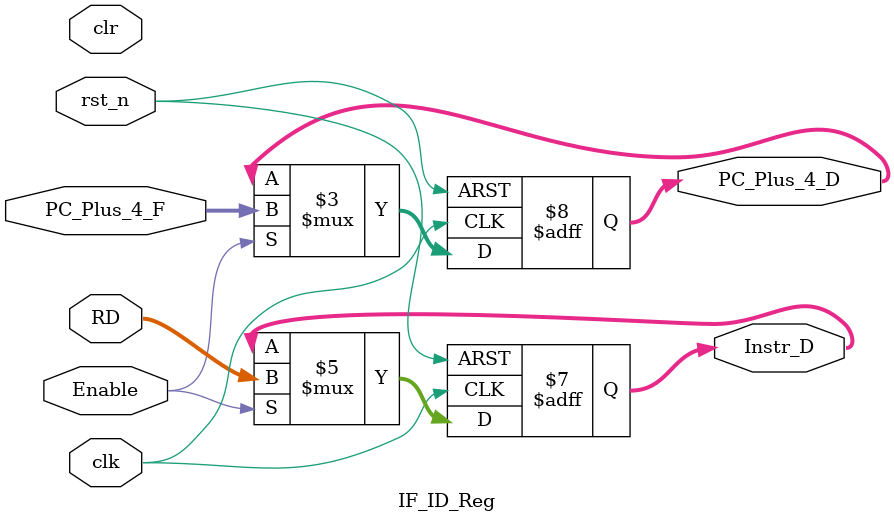
<source format=v>
module IF_ID_Reg (RD,PC_Plus_4_F,clk,rst_n,clr,Enable,Instr_D,PC_Plus_4_D);
input [31:0] RD,PC_Plus_4_F;
input clk,rst_n,clr,Enable;
output reg [31:0] Instr_D,PC_Plus_4_D;
always @(posedge clk or negedge rst_n) begin
    if((~rst_n))begin
        Instr_D <= 32'b0;
        PC_Plus_4_D <= 32'b0;
    end
    else if(Enable) begin
        Instr_D <= RD;
        PC_Plus_4_D <= PC_Plus_4_F;
    end
end
endmodule
</source>
